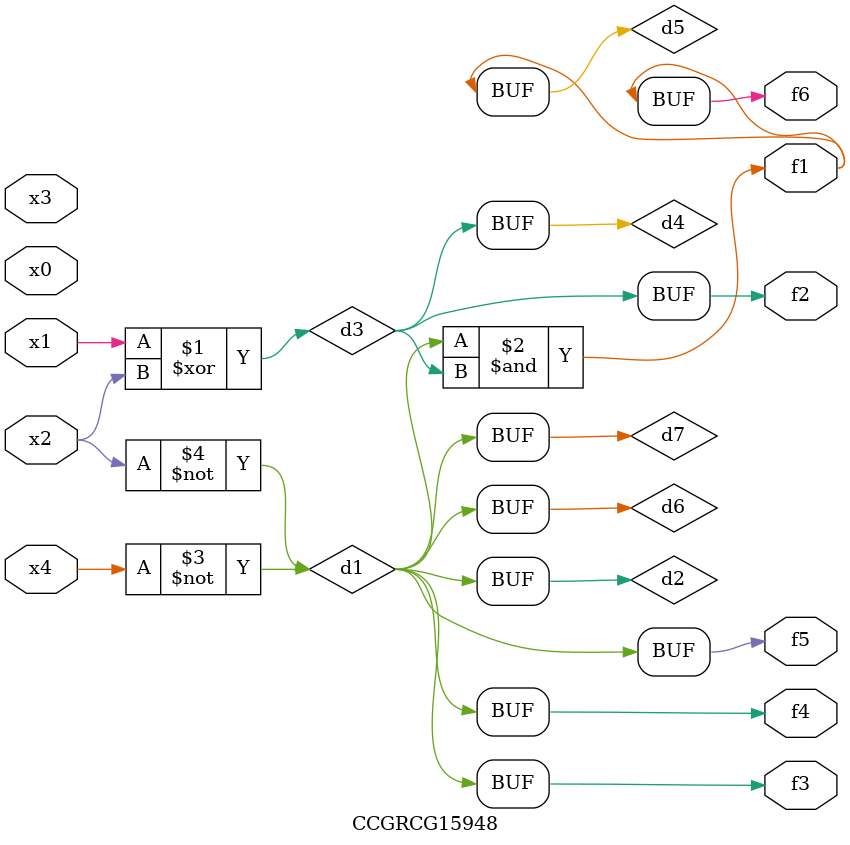
<source format=v>
module CCGRCG15948(
	input x0, x1, x2, x3, x4,
	output f1, f2, f3, f4, f5, f6
);

	wire d1, d2, d3, d4, d5, d6, d7;

	not (d1, x4);
	not (d2, x2);
	xor (d3, x1, x2);
	buf (d4, d3);
	and (d5, d1, d3);
	buf (d6, d1, d2);
	buf (d7, d2);
	assign f1 = d5;
	assign f2 = d4;
	assign f3 = d7;
	assign f4 = d7;
	assign f5 = d7;
	assign f6 = d5;
endmodule

</source>
